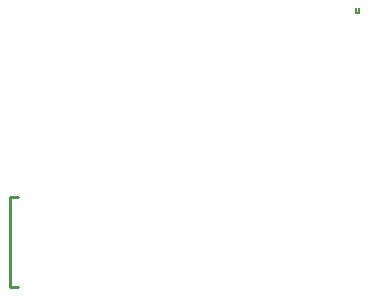
<source format=gbr>
G04 #@! TF.FileFunction,Other,Comment*
%FSLAX46Y46*%
G04 Gerber Fmt 4.6, Leading zero omitted, Abs format (unit mm)*
G04 Created by KiCad (PCBNEW 4.0.0-rc2-stable) date 5/23/2016 2:13:21 PM*
%MOMM*%
G01*
G04 APERTURE LIST*
%ADD10C,0.100000*%
%ADD11C,0.152400*%
%ADD12C,0.254000*%
G04 APERTURE END LIST*
D10*
D11*
X152292500Y-91448400D02*
X152292500Y-91829400D01*
X152292500Y-91829400D02*
X152038500Y-91829400D01*
X152038500Y-91829400D02*
X152038500Y-91448400D01*
D12*
X123391100Y-107403600D02*
X122741100Y-107403600D01*
X122741100Y-107403600D02*
X122741100Y-115103600D01*
X122741100Y-115103600D02*
X123391100Y-115103600D01*
M02*

</source>
